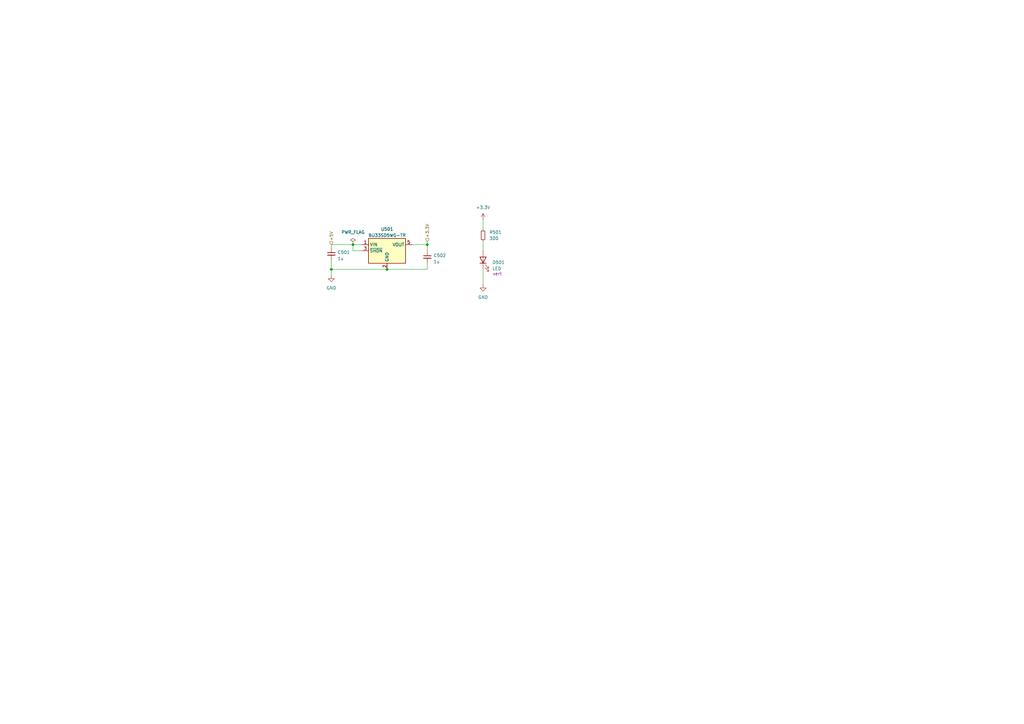
<source format=kicad_sch>
(kicad_sch (version 20231120) (generator "eeschema") (generator_version "8.0")
  (paper "A3")
  (lib_symbols
    (symbol "+3.3V_2" (power) (pin_numbers hide) (pin_names (offset 0) hide)
      (property "Value" "+3.3V" (at 0 3.556 0))
      (symbol "+3.3V_2_0_1"
        (polyline (pts (xy -0.762 1.27) (xy 0 2.54)))
        (polyline (pts (xy 0 0) (xy 0 2.54)))
        (polyline (pts (xy 0 2.54) (xy 0.762 1.27)))
      )
      (symbol "+3.3V_2_1_1"
        (pin power_in line (at 0 0 90) (length 0) (name "~") (number "1"))
      )
    )
    (symbol "Device:C_Small" (pin_numbers hide) (pin_names (offset 0.254) hide)
      (property "Reference" "C" (at 0.254 1.778 0))
      (property "Value" "C_Small" (at 0.254 -2.032 0))
      (symbol "C_Small_0_1"
        (polyline (pts (xy -1.524 -0.508) (xy 1.524 -0.508)) (stroke (width 0.3302)))
        (polyline (pts (xy -1.524 0.508) (xy 1.524 0.508)) (stroke (width 0.3048)))
      )
      (symbol "C_Small_1_1"
        (pin passive line (at 0 2.54 270) (length 2.032) (name "~") (number "1"))
        (pin passive line (at 0 -2.54 90) (length 2.032) (name "~") (number "2"))
      )
    )
    (symbol "Device:LED" (pin_numbers hide) (pin_names (offset 1.016) hide)
      (property "Reference" "D" (at 0 2.54 0))
      (property "Value" "LED" (at 0 -2.54 0))
      (symbol "LED_0_1"
        (polyline (pts (xy -1.27 -1.27) (xy -1.27 1.27)) (stroke (width 0.254)))
        (polyline (pts (xy -1.27 0) (xy 1.27 0)))
        (polyline (pts (xy 1.27 -1.27) (xy 1.27 1.27) (xy -1.27 0) (xy 1.27 -1.27)) (stroke (width 0.254)))
        (polyline (pts (xy -3.048 -0.762) (xy -4.572 -2.286) (xy -3.81 -2.286) (xy -4.572 -2.286) (xy -4.572 -1.524)))
        (polyline (pts (xy -1.778 -0.762) (xy -3.302 -2.286) (xy -2.54 -2.286) (xy -3.302 -2.286) (xy -3.302 -1.524)))
      )
      (symbol "LED_1_1"
        (pin passive line (at -3.81 0 0) (length 2.54) (name "K") (number "1"))
        (pin passive line (at 3.81 0 180) (length 2.54) (name "A") (number "2"))
      )
    )
    (symbol "Device:R_Small" (pin_numbers hide) (pin_names (offset 0.254) hide)
      (property "Reference" "R" (at 0.762 0.508 0))
      (property "Value" "R_Small" (at 0.762 -1.016 0))
      (symbol "R_Small_0_1"
        (rectangle (start -0.762 1.778) (end 0.762 -1.778) (stroke (width 0.2032)))
      )
      (symbol "R_Small_1_1"
        (pin passive line (at 0 2.54 270) (length 0.762) (name "~") (number "1"))
        (pin passive line (at 0 -2.54 90) (length 0.762) (name "~") (number "2"))
      )
    )
    (symbol "GND_6" (power) (pin_numbers hide) (pin_names (offset 0) hide)
      (property "Value" "GND" (at 0 -3.81 0))
      (symbol "GND_6_0_1"
        (polyline (pts (xy 0 0) (xy 0 -1.27) (xy 1.27 -1.27) (xy 0 -2.54) (xy -1.27 -1.27) (xy 0 -1.27)))
      )
      (symbol "GND_6_1_1"
        (pin power_in line (at 0 0 270) (length 0) (name "~") (number "1"))
      )
    )
    (symbol "PWR_FLAG_1" (power) (pin_numbers hide) (pin_names (offset 0) hide)
      (property "Value" "PWR_FLAG" (at 0 3.81 0))
      (symbol "PWR_FLAG_1_0_0"
        (pin power_out line (at 0 0 90) (length 0) (name "~") (number "1"))
      )
      (symbol "PWR_FLAG_1_0_1"
        (polyline (pts (xy 0 0) (xy 0 1.27) (xy -1.016 1.905) (xy 0 2.54) (xy 1.016 1.905) (xy 0 1.27)))
      )
    )
    (symbol "Regulator_Linear:MCP1802x-xx02xOT"
      (property "Reference" "U" (at -6.35 6.35 0))
      (property "Value" "MCP1802x-xx02xOT" (at 0 6.35 0))
      (symbol "MCP1802x-xx02xOT_0_1"
        (rectangle (start -7.62 5.08) (end 7.62 -5.08) (stroke (width 0.254)) (fill (type background)))
      )
      (symbol "MCP1802x-xx02xOT_1_1"
        (pin power_in line (at -10.16 2.54 0) (length 2.54) (name "VIN") (number "1"))
        (pin power_in line (at 0 -7.62 90) (length 2.54) (name "GND") (number "2"))
        (pin input line (at -10.16 0 0) (length 2.54) (name "~{SHDN}") (number "3"))
        (pin no_connect line (at 7.62 0 180) (length 2.54) hide (name "NC") (number "4"))
        (pin power_out line (at 10.16 2.54 180) (length 2.54) (name "VOUT") (number "5"))
      )
    )
  )
  (junction (at 135.89 110.49))
  (junction (at 158.75 110.49))
  (junction (at 144.78 100.33))
  (junction (at 175.26 100.33))
  (wire (pts (xy 148.59 102.87) (xy 144.78 102.87)))
  (wire (pts (xy 198.12 99.06) (xy 198.12 102.87)))
  (wire (pts (xy 135.89 100.33) (xy 135.89 101.6)))
  (wire (pts (xy 135.89 106.68) (xy 135.89 110.49)))
  (wire (pts (xy 198.12 90.17) (xy 198.12 93.98)))
  (wire (pts (xy 135.89 110.49) (xy 135.89 113.03)))
  (wire (pts (xy 158.75 110.49) (xy 175.26 110.49)))
  (wire (pts (xy 135.89 110.49) (xy 158.75 110.49)))
  (wire (pts (xy 175.26 100.33) (xy 175.26 99.06)))
  (wire (pts (xy 144.78 102.87) (xy 144.78 100.33)))
  (wire (pts (xy 175.26 102.87) (xy 175.26 100.33)))
  (wire (pts (xy 168.91 100.33) (xy 175.26 100.33)))
  (wire (pts (xy 198.12 116.84) (xy 198.12 110.49)))
  (wire (pts (xy 175.26 107.95) (xy 175.26 110.49)))
  (wire (pts (xy 135.89 100.33) (xy 144.78 100.33)))
  (wire (pts (xy 148.59 100.33) (xy 144.78 100.33)))
  (hierarchical_label "+5V" (shape input) (at 135.89 100.33 90))
  (hierarchical_label "+3.3V" (shape input) (at 175.26 99.06 90))
  (symbol (lib_id "Regulator_Linear:MCP1802x-xx02xOT") (at 158.75 102.87 0) (unit 1)
    (property "Reference" "U501" (at 158.75 93.98 0))
    (property "Value" "BU33SD5WG-TR" (at 158.75 96.52 0))
    (property "Footprint" "Package_TO_SOT_SMD:SOT-23-5" (effects (hide yes)))
    (property "Datasheet" "http://ww1.microchip.com/downloads/en/DeviceDoc/22053C.pdf" (effects (hide yes)))
  )
  (symbol (lib_id "Device:R_Small") (at 198.12 96.52 0) (unit 1)
    (property "Reference" "R501" (at 200.66 95.2499 0) (effects (justify left)))
    (property "Value" "300" (at 200.66 97.7899 0) (effects (justify left)))
    (property "Footprint" "Resistor_SMD:R_0402_1005Metric" (effects (hide yes)))
  )
  (symbol (lib_id "Device:C_Small") (at 175.26 105.41 0) (unit 1)
    (property "Reference" "C502" (at 177.8 104.7813 0) (effects (justify left)))
    (property "Value" "1u" (at 177.8 107.3213 0) (effects (justify left)))
    (property "Footprint" "Capacitor_SMD:C_0603_1608Metric" (effects (hide yes)))
  )
  (symbol (lib_id "Device:LED") (at 198.12 106.68 90) (unit 1)
    (property "Reference" "D501" (at 201.93 107.6325 90) (effects (justify right)))
    (property "Value" "LED" (at 201.93 110.1725 90) (effects (justify right)))
    (property "Footprint" "LED_SMD:LED_0603_1608Metric" (effects (hide yes)))
    (property "Description" "vert" (at 203.962 112.268 90))
    (property "reference" "150060GS55040" (effects (hide yes)))
  )
  (symbol (lib_name "GND_6") (lib_id "power:GND") (at 198.12 116.84 0) (unit 1)
    (property "Reference" "#PWR0501" (effects (hide yes)))
    (property "Value" "GND" (at 198.12 121.92 0))
    (property "Description" "Power symbol creates a global label with name \"GND\" , ground" (effects (hide yes)))
  )
  (symbol (lib_id "Device:C_Small") (at 135.89 104.14 0) (unit 1)
    (property "Reference" "C501" (at 138.43 103.5113 0) (effects (justify left)))
    (property "Value" "1u" (at 138.43 106.0513 0) (effects (justify left)))
    (property "Footprint" "Capacitor_SMD:C_0603_1608Metric" (effects (hide yes)))
  )
  (symbol (lib_name "PWR_FLAG_1") (lib_id "power:PWR_FLAG") (at 144.78 100.33 0) (unit 1)
    (property "Reference" "#FLG0502" (effects (hide yes)))
    (property "Value" "PWR_FLAG" (at 144.78 95.25 0))
    (property "Description" "Special symbol for telling ERC where power comes from" (effects (hide yes)))
  )
  (symbol (lib_name "GND_6") (lib_id "power:GND") (at 135.89 113.03 0) (unit 1)
    (property "Reference" "#PWR0502" (effects (hide yes)))
    (property "Value" "GND" (at 135.89 118.11 0))
    (property "Description" "Power symbol creates a global label with name \"GND\" , ground" (effects (hide yes)))
  )
  (symbol (lib_name "+3.3V_2") (lib_id "power:+3.3V") (at 198.12 90.17 0) (unit 1)
    (property "Reference" "#PWR0504" (effects (hide yes)))
    (property "Value" "+3.3V" (at 198.12 85.09 0))
    (property "Description" "Power symbol creates a global label with name \"+3.3V\"" (effects (hide yes)))
  )
)
</source>
